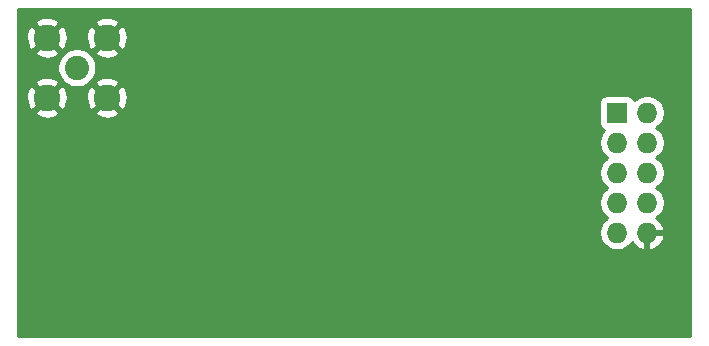
<source format=gbr>
G04 #@! TF.GenerationSoftware,KiCad,Pcbnew,5.1.5-52549c5~84~ubuntu18.04.1*
G04 #@! TF.CreationDate,2019-12-29T09:20:39+09:30*
G04 #@! TF.ProjectId,SpectrumAnalyser,53706563-7472-4756-9d41-6e616c797365,rev?*
G04 #@! TF.SameCoordinates,Original*
G04 #@! TF.FileFunction,Copper,L2,Bot*
G04 #@! TF.FilePolarity,Positive*
%FSLAX46Y46*%
G04 Gerber Fmt 4.6, Leading zero omitted, Abs format (unit mm)*
G04 Created by KiCad (PCBNEW 5.1.5-52549c5~84~ubuntu18.04.1) date 2019-12-29 09:20:39*
%MOMM*%
%LPD*%
G04 APERTURE LIST*
%ADD10C,2.050000*%
%ADD11C,2.250000*%
%ADD12R,1.727200X1.727200*%
%ADD13O,1.727200X1.727200*%
%ADD14C,0.800000*%
%ADD15C,0.254000*%
G04 APERTURE END LIST*
D10*
X157480000Y-90170000D03*
D11*
X160020000Y-92710000D03*
X160020000Y-87630000D03*
X154940000Y-87630000D03*
X154940000Y-92710000D03*
D12*
X203200000Y-93980000D03*
D13*
X205740000Y-93980000D03*
X203200000Y-96520000D03*
X205740000Y-96520000D03*
X203200000Y-99060000D03*
X205740000Y-99060000D03*
X203200000Y-101600000D03*
X205740000Y-101600000D03*
X203200000Y-104140000D03*
X205740000Y-104140000D03*
D14*
X173990000Y-86360000D03*
X181610000Y-104140000D03*
X181610000Y-107950000D03*
X193040000Y-100330000D03*
X179070000Y-95250000D03*
X168910000Y-96520000D03*
X163830000Y-110490000D03*
X154940000Y-106680000D03*
X160020000Y-102870000D03*
X168910000Y-93980000D03*
X186690000Y-87630000D03*
X181610000Y-87630000D03*
X168910000Y-109220000D03*
D15*
G36*
X209423000Y-112903000D02*
G01*
X152527000Y-112903000D01*
X152527000Y-93934531D01*
X153895074Y-93934531D01*
X154005921Y-94211714D01*
X154316840Y-94365089D01*
X154651705Y-94454860D01*
X154997650Y-94477576D01*
X155341380Y-94432366D01*
X155669685Y-94320966D01*
X155874079Y-94211714D01*
X155984926Y-93934531D01*
X158975074Y-93934531D01*
X159085921Y-94211714D01*
X159396840Y-94365089D01*
X159731705Y-94454860D01*
X160077650Y-94477576D01*
X160421380Y-94432366D01*
X160749685Y-94320966D01*
X160954079Y-94211714D01*
X161064926Y-93934531D01*
X160020000Y-92889605D01*
X158975074Y-93934531D01*
X155984926Y-93934531D01*
X154940000Y-92889605D01*
X153895074Y-93934531D01*
X152527000Y-93934531D01*
X152527000Y-92767650D01*
X153172424Y-92767650D01*
X153217634Y-93111380D01*
X153329034Y-93439685D01*
X153438286Y-93644079D01*
X153715469Y-93754926D01*
X154760395Y-92710000D01*
X155119605Y-92710000D01*
X156164531Y-93754926D01*
X156441714Y-93644079D01*
X156595089Y-93333160D01*
X156684860Y-92998295D01*
X156700004Y-92767650D01*
X158252424Y-92767650D01*
X158297634Y-93111380D01*
X158409034Y-93439685D01*
X158518286Y-93644079D01*
X158795469Y-93754926D01*
X159840395Y-92710000D01*
X160199605Y-92710000D01*
X161244531Y-93754926D01*
X161521714Y-93644079D01*
X161675089Y-93333160D01*
X161733198Y-93116400D01*
X201698328Y-93116400D01*
X201698328Y-94843600D01*
X201710588Y-94968082D01*
X201746898Y-95087780D01*
X201805863Y-95198094D01*
X201885215Y-95294785D01*
X201981906Y-95374137D01*
X202092220Y-95433102D01*
X202150023Y-95450636D01*
X202035961Y-95564698D01*
X201871958Y-95810147D01*
X201758990Y-96082875D01*
X201701400Y-96372401D01*
X201701400Y-96667599D01*
X201758990Y-96957125D01*
X201871958Y-97229853D01*
X202035961Y-97475302D01*
X202244698Y-97684039D01*
X202403281Y-97790000D01*
X202244698Y-97895961D01*
X202035961Y-98104698D01*
X201871958Y-98350147D01*
X201758990Y-98622875D01*
X201701400Y-98912401D01*
X201701400Y-99207599D01*
X201758990Y-99497125D01*
X201871958Y-99769853D01*
X202035961Y-100015302D01*
X202244698Y-100224039D01*
X202403281Y-100330000D01*
X202244698Y-100435961D01*
X202035961Y-100644698D01*
X201871958Y-100890147D01*
X201758990Y-101162875D01*
X201701400Y-101452401D01*
X201701400Y-101747599D01*
X201758990Y-102037125D01*
X201871958Y-102309853D01*
X202035961Y-102555302D01*
X202244698Y-102764039D01*
X202403281Y-102870000D01*
X202244698Y-102975961D01*
X202035961Y-103184698D01*
X201871958Y-103430147D01*
X201758990Y-103702875D01*
X201701400Y-103992401D01*
X201701400Y-104287599D01*
X201758990Y-104577125D01*
X201871958Y-104849853D01*
X202035961Y-105095302D01*
X202244698Y-105304039D01*
X202490147Y-105468042D01*
X202762875Y-105581010D01*
X203052401Y-105638600D01*
X203347599Y-105638600D01*
X203637125Y-105581010D01*
X203909853Y-105468042D01*
X204155302Y-105304039D01*
X204364039Y-105095302D01*
X204471692Y-104934187D01*
X204633146Y-105150293D01*
X204851512Y-105346817D01*
X205104022Y-105496964D01*
X205380973Y-105594963D01*
X205613000Y-105474464D01*
X205613000Y-104267000D01*
X205867000Y-104267000D01*
X205867000Y-105474464D01*
X206099027Y-105594963D01*
X206375978Y-105496964D01*
X206628488Y-105346817D01*
X206846854Y-105150293D01*
X207022684Y-104914944D01*
X207149222Y-104649814D01*
X207194958Y-104499026D01*
X207073817Y-104267000D01*
X205867000Y-104267000D01*
X205613000Y-104267000D01*
X205593000Y-104267000D01*
X205593000Y-104013000D01*
X205613000Y-104013000D01*
X205613000Y-103993000D01*
X205867000Y-103993000D01*
X205867000Y-104013000D01*
X207073817Y-104013000D01*
X207194958Y-103780974D01*
X207149222Y-103630186D01*
X207022684Y-103365056D01*
X206846854Y-103129707D01*
X206628488Y-102933183D01*
X206529897Y-102874559D01*
X206695302Y-102764039D01*
X206904039Y-102555302D01*
X207068042Y-102309853D01*
X207181010Y-102037125D01*
X207238600Y-101747599D01*
X207238600Y-101452401D01*
X207181010Y-101162875D01*
X207068042Y-100890147D01*
X206904039Y-100644698D01*
X206695302Y-100435961D01*
X206536719Y-100330000D01*
X206695302Y-100224039D01*
X206904039Y-100015302D01*
X207068042Y-99769853D01*
X207181010Y-99497125D01*
X207238600Y-99207599D01*
X207238600Y-98912401D01*
X207181010Y-98622875D01*
X207068042Y-98350147D01*
X206904039Y-98104698D01*
X206695302Y-97895961D01*
X206536719Y-97790000D01*
X206695302Y-97684039D01*
X206904039Y-97475302D01*
X207068042Y-97229853D01*
X207181010Y-96957125D01*
X207238600Y-96667599D01*
X207238600Y-96372401D01*
X207181010Y-96082875D01*
X207068042Y-95810147D01*
X206904039Y-95564698D01*
X206695302Y-95355961D01*
X206536719Y-95250000D01*
X206695302Y-95144039D01*
X206904039Y-94935302D01*
X207068042Y-94689853D01*
X207181010Y-94417125D01*
X207238600Y-94127599D01*
X207238600Y-93832401D01*
X207181010Y-93542875D01*
X207068042Y-93270147D01*
X206904039Y-93024698D01*
X206695302Y-92815961D01*
X206449853Y-92651958D01*
X206177125Y-92538990D01*
X205887599Y-92481400D01*
X205592401Y-92481400D01*
X205302875Y-92538990D01*
X205030147Y-92651958D01*
X204784698Y-92815961D01*
X204670636Y-92930023D01*
X204653102Y-92872220D01*
X204594137Y-92761906D01*
X204514785Y-92665215D01*
X204418094Y-92585863D01*
X204307780Y-92526898D01*
X204188082Y-92490588D01*
X204063600Y-92478328D01*
X202336400Y-92478328D01*
X202211918Y-92490588D01*
X202092220Y-92526898D01*
X201981906Y-92585863D01*
X201885215Y-92665215D01*
X201805863Y-92761906D01*
X201746898Y-92872220D01*
X201710588Y-92991918D01*
X201698328Y-93116400D01*
X161733198Y-93116400D01*
X161764860Y-92998295D01*
X161787576Y-92652350D01*
X161742366Y-92308620D01*
X161630966Y-91980315D01*
X161521714Y-91775921D01*
X161244531Y-91665074D01*
X160199605Y-92710000D01*
X159840395Y-92710000D01*
X158795469Y-91665074D01*
X158518286Y-91775921D01*
X158364911Y-92086840D01*
X158275140Y-92421705D01*
X158252424Y-92767650D01*
X156700004Y-92767650D01*
X156707576Y-92652350D01*
X156662366Y-92308620D01*
X156550966Y-91980315D01*
X156441714Y-91775921D01*
X156164531Y-91665074D01*
X155119605Y-92710000D01*
X154760395Y-92710000D01*
X153715469Y-91665074D01*
X153438286Y-91775921D01*
X153284911Y-92086840D01*
X153195140Y-92421705D01*
X153172424Y-92767650D01*
X152527000Y-92767650D01*
X152527000Y-91485469D01*
X153895074Y-91485469D01*
X154940000Y-92530395D01*
X155984926Y-91485469D01*
X155874079Y-91208286D01*
X155563160Y-91054911D01*
X155228295Y-90965140D01*
X154882350Y-90942424D01*
X154538620Y-90987634D01*
X154210315Y-91099034D01*
X154005921Y-91208286D01*
X153895074Y-91485469D01*
X152527000Y-91485469D01*
X152527000Y-90006504D01*
X155820000Y-90006504D01*
X155820000Y-90333496D01*
X155883793Y-90654204D01*
X156008927Y-90956305D01*
X156190594Y-91228188D01*
X156421812Y-91459406D01*
X156693695Y-91641073D01*
X156995796Y-91766207D01*
X157316504Y-91830000D01*
X157643496Y-91830000D01*
X157964204Y-91766207D01*
X158266305Y-91641073D01*
X158499182Y-91485469D01*
X158975074Y-91485469D01*
X160020000Y-92530395D01*
X161064926Y-91485469D01*
X160954079Y-91208286D01*
X160643160Y-91054911D01*
X160308295Y-90965140D01*
X159962350Y-90942424D01*
X159618620Y-90987634D01*
X159290315Y-91099034D01*
X159085921Y-91208286D01*
X158975074Y-91485469D01*
X158499182Y-91485469D01*
X158538188Y-91459406D01*
X158769406Y-91228188D01*
X158951073Y-90956305D01*
X159076207Y-90654204D01*
X159140000Y-90333496D01*
X159140000Y-90006504D01*
X159076207Y-89685796D01*
X158951073Y-89383695D01*
X158769406Y-89111812D01*
X158538188Y-88880594D01*
X158499183Y-88854531D01*
X158975074Y-88854531D01*
X159085921Y-89131714D01*
X159396840Y-89285089D01*
X159731705Y-89374860D01*
X160077650Y-89397576D01*
X160421380Y-89352366D01*
X160749685Y-89240966D01*
X160954079Y-89131714D01*
X161064926Y-88854531D01*
X160020000Y-87809605D01*
X158975074Y-88854531D01*
X158499183Y-88854531D01*
X158266305Y-88698927D01*
X157964204Y-88573793D01*
X157643496Y-88510000D01*
X157316504Y-88510000D01*
X156995796Y-88573793D01*
X156693695Y-88698927D01*
X156421812Y-88880594D01*
X156190594Y-89111812D01*
X156008927Y-89383695D01*
X155883793Y-89685796D01*
X155820000Y-90006504D01*
X152527000Y-90006504D01*
X152527000Y-88854531D01*
X153895074Y-88854531D01*
X154005921Y-89131714D01*
X154316840Y-89285089D01*
X154651705Y-89374860D01*
X154997650Y-89397576D01*
X155341380Y-89352366D01*
X155669685Y-89240966D01*
X155874079Y-89131714D01*
X155984926Y-88854531D01*
X154940000Y-87809605D01*
X153895074Y-88854531D01*
X152527000Y-88854531D01*
X152527000Y-87687650D01*
X153172424Y-87687650D01*
X153217634Y-88031380D01*
X153329034Y-88359685D01*
X153438286Y-88564079D01*
X153715469Y-88674926D01*
X154760395Y-87630000D01*
X155119605Y-87630000D01*
X156164531Y-88674926D01*
X156441714Y-88564079D01*
X156595089Y-88253160D01*
X156684860Y-87918295D01*
X156700004Y-87687650D01*
X158252424Y-87687650D01*
X158297634Y-88031380D01*
X158409034Y-88359685D01*
X158518286Y-88564079D01*
X158795469Y-88674926D01*
X159840395Y-87630000D01*
X160199605Y-87630000D01*
X161244531Y-88674926D01*
X161521714Y-88564079D01*
X161675089Y-88253160D01*
X161764860Y-87918295D01*
X161787576Y-87572350D01*
X161742366Y-87228620D01*
X161630966Y-86900315D01*
X161521714Y-86695921D01*
X161244531Y-86585074D01*
X160199605Y-87630000D01*
X159840395Y-87630000D01*
X158795469Y-86585074D01*
X158518286Y-86695921D01*
X158364911Y-87006840D01*
X158275140Y-87341705D01*
X158252424Y-87687650D01*
X156700004Y-87687650D01*
X156707576Y-87572350D01*
X156662366Y-87228620D01*
X156550966Y-86900315D01*
X156441714Y-86695921D01*
X156164531Y-86585074D01*
X155119605Y-87630000D01*
X154760395Y-87630000D01*
X153715469Y-86585074D01*
X153438286Y-86695921D01*
X153284911Y-87006840D01*
X153195140Y-87341705D01*
X153172424Y-87687650D01*
X152527000Y-87687650D01*
X152527000Y-86405469D01*
X153895074Y-86405469D01*
X154940000Y-87450395D01*
X155984926Y-86405469D01*
X158975074Y-86405469D01*
X160020000Y-87450395D01*
X161064926Y-86405469D01*
X160954079Y-86128286D01*
X160643160Y-85974911D01*
X160308295Y-85885140D01*
X159962350Y-85862424D01*
X159618620Y-85907634D01*
X159290315Y-86019034D01*
X159085921Y-86128286D01*
X158975074Y-86405469D01*
X155984926Y-86405469D01*
X155874079Y-86128286D01*
X155563160Y-85974911D01*
X155228295Y-85885140D01*
X154882350Y-85862424D01*
X154538620Y-85907634D01*
X154210315Y-86019034D01*
X154005921Y-86128286D01*
X153895074Y-86405469D01*
X152527000Y-86405469D01*
X152527000Y-85217000D01*
X209423000Y-85217000D01*
X209423000Y-112903000D01*
G37*
X209423000Y-112903000D02*
X152527000Y-112903000D01*
X152527000Y-93934531D01*
X153895074Y-93934531D01*
X154005921Y-94211714D01*
X154316840Y-94365089D01*
X154651705Y-94454860D01*
X154997650Y-94477576D01*
X155341380Y-94432366D01*
X155669685Y-94320966D01*
X155874079Y-94211714D01*
X155984926Y-93934531D01*
X158975074Y-93934531D01*
X159085921Y-94211714D01*
X159396840Y-94365089D01*
X159731705Y-94454860D01*
X160077650Y-94477576D01*
X160421380Y-94432366D01*
X160749685Y-94320966D01*
X160954079Y-94211714D01*
X161064926Y-93934531D01*
X160020000Y-92889605D01*
X158975074Y-93934531D01*
X155984926Y-93934531D01*
X154940000Y-92889605D01*
X153895074Y-93934531D01*
X152527000Y-93934531D01*
X152527000Y-92767650D01*
X153172424Y-92767650D01*
X153217634Y-93111380D01*
X153329034Y-93439685D01*
X153438286Y-93644079D01*
X153715469Y-93754926D01*
X154760395Y-92710000D01*
X155119605Y-92710000D01*
X156164531Y-93754926D01*
X156441714Y-93644079D01*
X156595089Y-93333160D01*
X156684860Y-92998295D01*
X156700004Y-92767650D01*
X158252424Y-92767650D01*
X158297634Y-93111380D01*
X158409034Y-93439685D01*
X158518286Y-93644079D01*
X158795469Y-93754926D01*
X159840395Y-92710000D01*
X160199605Y-92710000D01*
X161244531Y-93754926D01*
X161521714Y-93644079D01*
X161675089Y-93333160D01*
X161733198Y-93116400D01*
X201698328Y-93116400D01*
X201698328Y-94843600D01*
X201710588Y-94968082D01*
X201746898Y-95087780D01*
X201805863Y-95198094D01*
X201885215Y-95294785D01*
X201981906Y-95374137D01*
X202092220Y-95433102D01*
X202150023Y-95450636D01*
X202035961Y-95564698D01*
X201871958Y-95810147D01*
X201758990Y-96082875D01*
X201701400Y-96372401D01*
X201701400Y-96667599D01*
X201758990Y-96957125D01*
X201871958Y-97229853D01*
X202035961Y-97475302D01*
X202244698Y-97684039D01*
X202403281Y-97790000D01*
X202244698Y-97895961D01*
X202035961Y-98104698D01*
X201871958Y-98350147D01*
X201758990Y-98622875D01*
X201701400Y-98912401D01*
X201701400Y-99207599D01*
X201758990Y-99497125D01*
X201871958Y-99769853D01*
X202035961Y-100015302D01*
X202244698Y-100224039D01*
X202403281Y-100330000D01*
X202244698Y-100435961D01*
X202035961Y-100644698D01*
X201871958Y-100890147D01*
X201758990Y-101162875D01*
X201701400Y-101452401D01*
X201701400Y-101747599D01*
X201758990Y-102037125D01*
X201871958Y-102309853D01*
X202035961Y-102555302D01*
X202244698Y-102764039D01*
X202403281Y-102870000D01*
X202244698Y-102975961D01*
X202035961Y-103184698D01*
X201871958Y-103430147D01*
X201758990Y-103702875D01*
X201701400Y-103992401D01*
X201701400Y-104287599D01*
X201758990Y-104577125D01*
X201871958Y-104849853D01*
X202035961Y-105095302D01*
X202244698Y-105304039D01*
X202490147Y-105468042D01*
X202762875Y-105581010D01*
X203052401Y-105638600D01*
X203347599Y-105638600D01*
X203637125Y-105581010D01*
X203909853Y-105468042D01*
X204155302Y-105304039D01*
X204364039Y-105095302D01*
X204471692Y-104934187D01*
X204633146Y-105150293D01*
X204851512Y-105346817D01*
X205104022Y-105496964D01*
X205380973Y-105594963D01*
X205613000Y-105474464D01*
X205613000Y-104267000D01*
X205867000Y-104267000D01*
X205867000Y-105474464D01*
X206099027Y-105594963D01*
X206375978Y-105496964D01*
X206628488Y-105346817D01*
X206846854Y-105150293D01*
X207022684Y-104914944D01*
X207149222Y-104649814D01*
X207194958Y-104499026D01*
X207073817Y-104267000D01*
X205867000Y-104267000D01*
X205613000Y-104267000D01*
X205593000Y-104267000D01*
X205593000Y-104013000D01*
X205613000Y-104013000D01*
X205613000Y-103993000D01*
X205867000Y-103993000D01*
X205867000Y-104013000D01*
X207073817Y-104013000D01*
X207194958Y-103780974D01*
X207149222Y-103630186D01*
X207022684Y-103365056D01*
X206846854Y-103129707D01*
X206628488Y-102933183D01*
X206529897Y-102874559D01*
X206695302Y-102764039D01*
X206904039Y-102555302D01*
X207068042Y-102309853D01*
X207181010Y-102037125D01*
X207238600Y-101747599D01*
X207238600Y-101452401D01*
X207181010Y-101162875D01*
X207068042Y-100890147D01*
X206904039Y-100644698D01*
X206695302Y-100435961D01*
X206536719Y-100330000D01*
X206695302Y-100224039D01*
X206904039Y-100015302D01*
X207068042Y-99769853D01*
X207181010Y-99497125D01*
X207238600Y-99207599D01*
X207238600Y-98912401D01*
X207181010Y-98622875D01*
X207068042Y-98350147D01*
X206904039Y-98104698D01*
X206695302Y-97895961D01*
X206536719Y-97790000D01*
X206695302Y-97684039D01*
X206904039Y-97475302D01*
X207068042Y-97229853D01*
X207181010Y-96957125D01*
X207238600Y-96667599D01*
X207238600Y-96372401D01*
X207181010Y-96082875D01*
X207068042Y-95810147D01*
X206904039Y-95564698D01*
X206695302Y-95355961D01*
X206536719Y-95250000D01*
X206695302Y-95144039D01*
X206904039Y-94935302D01*
X207068042Y-94689853D01*
X207181010Y-94417125D01*
X207238600Y-94127599D01*
X207238600Y-93832401D01*
X207181010Y-93542875D01*
X207068042Y-93270147D01*
X206904039Y-93024698D01*
X206695302Y-92815961D01*
X206449853Y-92651958D01*
X206177125Y-92538990D01*
X205887599Y-92481400D01*
X205592401Y-92481400D01*
X205302875Y-92538990D01*
X205030147Y-92651958D01*
X204784698Y-92815961D01*
X204670636Y-92930023D01*
X204653102Y-92872220D01*
X204594137Y-92761906D01*
X204514785Y-92665215D01*
X204418094Y-92585863D01*
X204307780Y-92526898D01*
X204188082Y-92490588D01*
X204063600Y-92478328D01*
X202336400Y-92478328D01*
X202211918Y-92490588D01*
X202092220Y-92526898D01*
X201981906Y-92585863D01*
X201885215Y-92665215D01*
X201805863Y-92761906D01*
X201746898Y-92872220D01*
X201710588Y-92991918D01*
X201698328Y-93116400D01*
X161733198Y-93116400D01*
X161764860Y-92998295D01*
X161787576Y-92652350D01*
X161742366Y-92308620D01*
X161630966Y-91980315D01*
X161521714Y-91775921D01*
X161244531Y-91665074D01*
X160199605Y-92710000D01*
X159840395Y-92710000D01*
X158795469Y-91665074D01*
X158518286Y-91775921D01*
X158364911Y-92086840D01*
X158275140Y-92421705D01*
X158252424Y-92767650D01*
X156700004Y-92767650D01*
X156707576Y-92652350D01*
X156662366Y-92308620D01*
X156550966Y-91980315D01*
X156441714Y-91775921D01*
X156164531Y-91665074D01*
X155119605Y-92710000D01*
X154760395Y-92710000D01*
X153715469Y-91665074D01*
X153438286Y-91775921D01*
X153284911Y-92086840D01*
X153195140Y-92421705D01*
X153172424Y-92767650D01*
X152527000Y-92767650D01*
X152527000Y-91485469D01*
X153895074Y-91485469D01*
X154940000Y-92530395D01*
X155984926Y-91485469D01*
X155874079Y-91208286D01*
X155563160Y-91054911D01*
X155228295Y-90965140D01*
X154882350Y-90942424D01*
X154538620Y-90987634D01*
X154210315Y-91099034D01*
X154005921Y-91208286D01*
X153895074Y-91485469D01*
X152527000Y-91485469D01*
X152527000Y-90006504D01*
X155820000Y-90006504D01*
X155820000Y-90333496D01*
X155883793Y-90654204D01*
X156008927Y-90956305D01*
X156190594Y-91228188D01*
X156421812Y-91459406D01*
X156693695Y-91641073D01*
X156995796Y-91766207D01*
X157316504Y-91830000D01*
X157643496Y-91830000D01*
X157964204Y-91766207D01*
X158266305Y-91641073D01*
X158499182Y-91485469D01*
X158975074Y-91485469D01*
X160020000Y-92530395D01*
X161064926Y-91485469D01*
X160954079Y-91208286D01*
X160643160Y-91054911D01*
X160308295Y-90965140D01*
X159962350Y-90942424D01*
X159618620Y-90987634D01*
X159290315Y-91099034D01*
X159085921Y-91208286D01*
X158975074Y-91485469D01*
X158499182Y-91485469D01*
X158538188Y-91459406D01*
X158769406Y-91228188D01*
X158951073Y-90956305D01*
X159076207Y-90654204D01*
X159140000Y-90333496D01*
X159140000Y-90006504D01*
X159076207Y-89685796D01*
X158951073Y-89383695D01*
X158769406Y-89111812D01*
X158538188Y-88880594D01*
X158499183Y-88854531D01*
X158975074Y-88854531D01*
X159085921Y-89131714D01*
X159396840Y-89285089D01*
X159731705Y-89374860D01*
X160077650Y-89397576D01*
X160421380Y-89352366D01*
X160749685Y-89240966D01*
X160954079Y-89131714D01*
X161064926Y-88854531D01*
X160020000Y-87809605D01*
X158975074Y-88854531D01*
X158499183Y-88854531D01*
X158266305Y-88698927D01*
X157964204Y-88573793D01*
X157643496Y-88510000D01*
X157316504Y-88510000D01*
X156995796Y-88573793D01*
X156693695Y-88698927D01*
X156421812Y-88880594D01*
X156190594Y-89111812D01*
X156008927Y-89383695D01*
X155883793Y-89685796D01*
X155820000Y-90006504D01*
X152527000Y-90006504D01*
X152527000Y-88854531D01*
X153895074Y-88854531D01*
X154005921Y-89131714D01*
X154316840Y-89285089D01*
X154651705Y-89374860D01*
X154997650Y-89397576D01*
X155341380Y-89352366D01*
X155669685Y-89240966D01*
X155874079Y-89131714D01*
X155984926Y-88854531D01*
X154940000Y-87809605D01*
X153895074Y-88854531D01*
X152527000Y-88854531D01*
X152527000Y-87687650D01*
X153172424Y-87687650D01*
X153217634Y-88031380D01*
X153329034Y-88359685D01*
X153438286Y-88564079D01*
X153715469Y-88674926D01*
X154760395Y-87630000D01*
X155119605Y-87630000D01*
X156164531Y-88674926D01*
X156441714Y-88564079D01*
X156595089Y-88253160D01*
X156684860Y-87918295D01*
X156700004Y-87687650D01*
X158252424Y-87687650D01*
X158297634Y-88031380D01*
X158409034Y-88359685D01*
X158518286Y-88564079D01*
X158795469Y-88674926D01*
X159840395Y-87630000D01*
X160199605Y-87630000D01*
X161244531Y-88674926D01*
X161521714Y-88564079D01*
X161675089Y-88253160D01*
X161764860Y-87918295D01*
X161787576Y-87572350D01*
X161742366Y-87228620D01*
X161630966Y-86900315D01*
X161521714Y-86695921D01*
X161244531Y-86585074D01*
X160199605Y-87630000D01*
X159840395Y-87630000D01*
X158795469Y-86585074D01*
X158518286Y-86695921D01*
X158364911Y-87006840D01*
X158275140Y-87341705D01*
X158252424Y-87687650D01*
X156700004Y-87687650D01*
X156707576Y-87572350D01*
X156662366Y-87228620D01*
X156550966Y-86900315D01*
X156441714Y-86695921D01*
X156164531Y-86585074D01*
X155119605Y-87630000D01*
X154760395Y-87630000D01*
X153715469Y-86585074D01*
X153438286Y-86695921D01*
X153284911Y-87006840D01*
X153195140Y-87341705D01*
X153172424Y-87687650D01*
X152527000Y-87687650D01*
X152527000Y-86405469D01*
X153895074Y-86405469D01*
X154940000Y-87450395D01*
X155984926Y-86405469D01*
X158975074Y-86405469D01*
X160020000Y-87450395D01*
X161064926Y-86405469D01*
X160954079Y-86128286D01*
X160643160Y-85974911D01*
X160308295Y-85885140D01*
X159962350Y-85862424D01*
X159618620Y-85907634D01*
X159290315Y-86019034D01*
X159085921Y-86128286D01*
X158975074Y-86405469D01*
X155984926Y-86405469D01*
X155874079Y-86128286D01*
X155563160Y-85974911D01*
X155228295Y-85885140D01*
X154882350Y-85862424D01*
X154538620Y-85907634D01*
X154210315Y-86019034D01*
X154005921Y-86128286D01*
X153895074Y-86405469D01*
X152527000Y-86405469D01*
X152527000Y-85217000D01*
X209423000Y-85217000D01*
X209423000Y-112903000D01*
M02*

</source>
